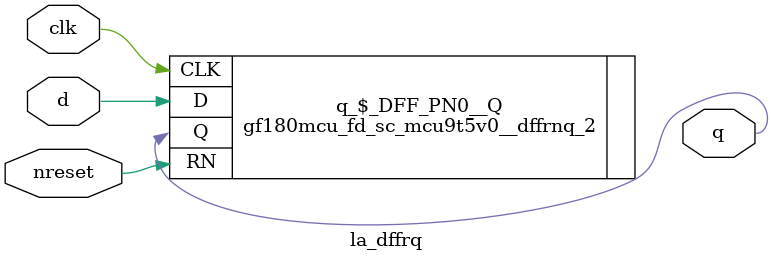
<source format=v>
/* Generated by Yosys 0.37 (git sha1 a5c7f69ed, clang 14.0.0-1ubuntu1.1 -fPIC -Os) */

module la_dffrq(d, clk, nreset, q);
  input clk;
  wire clk;
  input d;
  wire d;
  input nreset;
  wire nreset;
  output q;
  wire q;
  gf180mcu_fd_sc_mcu9t5v0__dffrnq_2 \q_$_DFF_PN0__Q  (
    .CLK(clk),
    .D(d),
    .Q(q),
    .RN(nreset)
  );
endmodule

</source>
